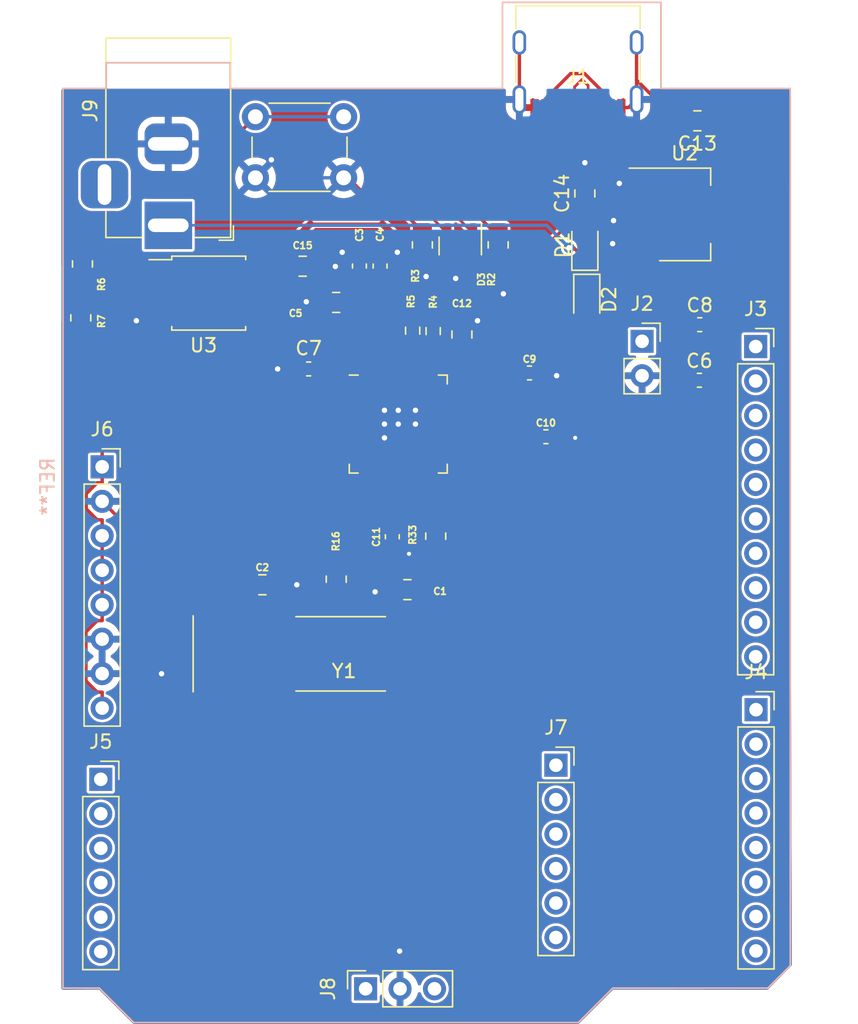
<source format=kicad_pcb>
(kicad_pcb (version 20221018) (generator pcbnew)
  (title_block (title "RP2040-BOARD") (company "ESC crasci") (comment 1 "ONGOC-FOR_ADMIN_ONLY"))
  (layers (0 "F.Cu" signal) (31 "B.Cu" signal) (34 "B.Paste" user) (35 "F.Paste" user) (36 "B.SilkS" user "B.Silkscreen") (37 "F.SilkS" user "F.Silkscreen") (38 "B.Mask" user) (39 "F.Mask" user) (44 "Edge.Cuts" user))
  (net 0 "")
  (net 1 "GND")
  (net 2 "Net-(U1-XIN)")
  (net 3 "Net-(C2-Pad2)")
  (net 4 "+1V1")
  (net 5 "+3.3V")
  (net 6 "VBUS")
  (net 7 "Net-(D1-A)")
  (net 8 "Net-(D2-A)")
  (net 9 "/USB1_DN")
  (net 10 "/USB1_DP")
  (net 11 "Net-(J1-CC1)")
  (net 13 "Net-(J1-CC2)")
  (net 15 "USB_DN")
  (net 16 "USB_DP")
  (net 17 "Net-(R6-Pad1)")
  (net 18 "QSPI_SS")
  (net 19 "Net-(U1-XOUT)")
  (net 20 "Net-(U1-RUN)")
  (net 21 "Net-(J3-Pin_3)")
  (net 22 "Net-(J3-Pin_4)")
  (net 23 "Net-(J3-Pin_5)")
  (net 24 "Net-(J3-Pin_6)")
  (net 25 "Net-(J3-Pin_7)")
  (net 26 "Net-(J3-Pin_8)")
  (net 27 "Net-(J3-Pin_9)")
  (net 28 "Net-(J3-Pin_10)")
  (net 29 "Net-(J4-Pin_5)")
  (net 30 "Net-(J4-Pin_6)")
  (net 31 "Net-(J4-Pin_7)")
  (net 32 "Net-(J4-Pin_8)")
  (net 33 "Net-(J5-Pin_1)")
  (net 34 "Net-(J5-Pin_2)")
  (net 35 "Net-(J5-Pin_3)")
  (net 36 "Net-(J5-Pin_4)")
  (net 37 "Net-(J5-Pin_5)")
  (net 38 "Net-(J5-Pin_6)")
  (net 39 "Net-(J7-Pin_1)")
  (net 40 "Net-(J7-Pin_2)")
  (net 41 "QSPI_SD3")
  (net 42 "QSPI_SCLK")
  (net 43 "QSPI_SD0")
  (net 44 "QSPI_SD2")
  (net 45 "QSPI_SSD1")
  (net 46 "Net-(J3-Pin_1)")
  (net 47 "Net-(J3-Pin_2)")
  (net 48 "Net-(J4-Pin_1)")
  (net 49 "Net-(J4-Pin_2)")
  (net 50 "Net-(J4-Pin_3)")
  (net 51 "Net-(J4-Pin_4)")
  (net 52 "Net-(J7-Pin_3)")
  (net 53 "Net-(J7-Pin_4)")
  (net 54 "Net-(J7-Pin_5)")
  (net 55 "Net-(J7-Pin_6)")
  (net 56 "Net-(J8-Pin_1)")
  (net 57 "Net-(J8-Pin_3)")
  (footprint "Capacitor_SMD:C_0805_2012Metric_Pad1.18x1.45mm_HandSolder" (layer "F.Cu") (at 253.37 61.424 90)
    (fp_text reference "C12")
    (fp_text value "1u" hide)
  )
  (footprint "Button_Switch_THT:SW_PUSH_6mm_H8.5mm" (layer "F.Cu") (at 238.15 45.375)
    (fp_text reference "SW2" hide)
    (fp_text value "TACT SW" hide)
  )
  (footprint "Capacitor_SMD:C_0603_1608Metric_Pad1.08x0.95mm_HandSolder" (layer "F.Cu") (at 270.875 64.8)
    (fp_text reference "C6")
    (fp_text value "100n")
  )
  (footprint "Package_TO_SOT_SMD:SOT-223-3_TabPin2" (layer "F.Cu") (at 269.798 52.5737)
    (fp_text reference "U2")
    (fp_text value "AZ1117CH-3.3TRG1 SOT223-3" hide)
  )
  (footprint "Connector_PinSocket_2.54mm:PinSocket_1x06_P2.54mm_Vertical" (layer "F.Cu") (at 260.3 93.17)
    (fp_text reference "J7")
    (fp_text value "Conn_01x06_Socket")
  )
  (footprint "Resistor_SMD:R_0805_2012Metric_Pad1.20x1.40mm_HandSolder" (layer "F.Cu") (at 244.104 79.458 90)
    (fp_text reference "R16")
    (fp_text value "1k" hide)
  )
  (footprint "Capacitor_SMD:C_0805_2012Metric_Pad1.18x1.45mm_HandSolder" (layer "F.Cu") (at 262.432 51.0282 90)
    (fp_text reference "C14")
    (fp_text value "10u" hide)
  )
  (footprint "Resistor_SMD:R_0805_2012Metric_Pad1.20x1.40mm_HandSolder" (layer "F.Cu") (at 251.44 76.29 90)
    (fp_text reference "R33")
    (fp_text value "5.1K" hide)
  )
  (footprint "Connector_PinSocket_2.54mm:PinSocket_1x02_P2.54mm_Vertical" (layer "F.Cu") (at 266.65 61.925)
    (fp_text reference "J2")
    (fp_text value "Conn_01x02_Pin")
  )
  (footprint "Connector_PinSocket_2.54mm:PinSocket_1x08_P2.54mm_Vertical" (layer "F.Cu") (at 226.85 71.18)
    (fp_text reference "J6")
    (fp_text value "Conn_01x08_Socket")
  )
  (footprint "Resistor_SMD:R_0805_2012Metric_Pad1.20x1.40mm_HandSolder" (layer "F.Cu") (at 250.454 54.82 -90)
    (fp_text reference "R3")
    (fp_text value "5.1K" hide)
  )
  (footprint "Resistor_SMD:R_0805_2012Metric_Pad1.20x1.40mm_HandSolder" (layer "F.Cu") (at 225.275 60.2 90)
    (fp_text reference "R7")
    (fp_text value "10k" hide)
  )
  (footprint "Capacitor_SMD:C_0805_2012Metric_Pad1.18x1.45mm_HandSolder" (layer "F.Cu") (at 241.63 56.392)
    (fp_text reference "C15")
    (fp_text value "100n")
  )
  (footprint "Connector_PinSocket_2.54mm:PinSocket_1x10_P2.54mm_Vertical" (layer "F.Cu") (at 275.025 62.315)
    (fp_text reference "J3")
    (fp_text value "Conn_01x10_Socket")
  )
  (footprint "Capacitor_SMD:C_0603_1608Metric_Pad1.08x0.95mm_HandSolder" (layer "F.Cu") (at 242.072 63.964 180)
    (fp_text reference "C7")
    (fp_text value "100n" hide)
  )
  (footprint "Package_TO_SOT_SMD:SOT-23" (layer "F.Cu") (at 253.248 54.8985 -90)
    (fp_text reference "D3")
    (fp_text value "D_TVS_Dual_AAC" hide)
  )
  (footprint "Capacitor_SMD:C_0805_2012Metric_Pad1.18x1.45mm_HandSolder" (layer "F.Cu") (at 244.1 59.062 180)
    (fp_text reference "C5")
    (fp_text value "1u" hide)
  )
  (footprint "Capacitor_SMD:C_0603_1608Metric_Pad1.08x0.95mm_HandSolder" (layer "F.Cu") (at 245.8143 56.3795 90)
    (fp_text reference "C3")
    (fp_text value "100n" hide)
  )
  (footprint "Capacitor_SMD:C_0603_1608Metric_Pad1.08x0.95mm_HandSolder" (layer "F.Cu") (at 258.35 64.26)
    (fp_text reference "C9")
    (fp_text value "100n" hide)
  )
  (footprint "Connector_PinSocket_2.54mm:PinSocket_1x08_P2.54mm_Vertical" (layer "F.Cu") (at 275.05 89.08)
    (fp_text reference "J4")
    (fp_text value "Conn_01x08_Socket")
  )
  (footprint "Resistor_SMD:R_0603_1608Metric_Pad0.98x0.95mm_HandSolder" (layer "F.Cu") (at 251.25 61.172 -90)
    (fp_text reference "R4")
    (fp_text value "27R" hide)
  )
  (footprint "Resistor_SMD:R_0805_2012Metric_Pad1.20x1.40mm_HandSolder" (layer "F.Cu") (at 256.042 54.82 -90)
    (fp_text reference "R2")
    (fp_text value "5.1K" hide)
  )
  (footprint "Connector_PinSocket_2.54mm:PinSocket_1x06_P2.54mm_Vertical" (layer "F.Cu") (at 226.75 94.21)
    (fp_text reference "J5")
    (fp_text value "Conn_01x06_Pin")
  )
  (footprint "Package_DFN_QFN:QFN-56-1EP_7x7mm_P0.4mm_EP3.2x3.2mm" (layer "F.Cu") (at 248.676 68.028)
    (fp_text reference "U1" hide)
    (fp_text value "RP2040" hide)
  )
  (footprint "Capacitor_SMD:C_0805_2012Metric_Pad1.18x1.45mm_HandSolder" (layer "F.Cu") (at 270.725 45.675 180)
    (fp_text reference "C13")
    (fp_text value "10u")
  )
  (footprint "Resistor_SMD:R_0805_2012Metric_Pad1.20x1.40mm_HandSolder" (layer "F.Cu") (at 225.4 56.225 -90)
    (fp_text reference "R6")
    (fp_text value "1k" hide)
  )
  (footprint "Connector_USB:USB_C_Receptacle_G-Switch_GT-USB-7010ASV" (layer "F.Cu") (at 261.925 40.975 180)
    (fp_text reference "J1")
    (fp_text value "USB_C_Receptacle_USB2.0" hide)
  )
  (footprint "Capacitor_SMD:C_0603_1608Metric_Pad1.08x0.95mm_HandSolder" (layer "F.Cu") (at 248.24 76.3325 -90)
    (fp_text reference "C11")
    (fp_text value "100n" hide)
  )
  (footprint "Resistor_SMD:R_0603_1608Metric_Pad0.98x0.95mm_HandSolder" (layer "F.Cu") (at 249.74 61.142 -90)
    (fp_text reference "R5")
    (fp_text value "27R" hide)
  )
  (footprint "Capacitor_SMD:C_0603_1608Metric_Pad1.08x0.95mm_HandSolder" (layer "F.Cu") (at 259.56 68.96)
    (fp_text reference "C10")
    (fp_text value "100n")
  )
  (footprint "Package_SO:SOIC-8_5.23x5.23mm_P1.27mm" (layer "F.Cu") (at 234.706 58.376)
    (fp_text reference "U3")
    (fp_text value "W25Q128JVS" hide)
  )
  (footprint "Capacitor_SMD:C_0603_1608Metric_Pad1.08x0.95mm_HandSolder" (layer "F.Cu") (at 247.3383 56.3795 90)
    (fp_text reference "C4")
    (fp_text value "100n" hide)
  )
  (footprint "Connector_BarrelJack:BarrelJack_Horizontal" (layer "F.Cu") (at 231.725 53.375 -90)
    (fp_text reference "J9")
    (fp_text value "Barrel_Jack_Switch")
  )
  (footprint "Diode_SMD:D_0805_2012Metric_Pad1.15x1.40mm_HandSolder" (layer "F.Cu") (at 262.575 58.85 -90)
    (fp_text reference "D2")
    (fp_text value "D_Schottky" hide)
  )
  (footprint "Connector_PinSocket_2.54mm:PinSocket_1x03_P2.54mm_Vertical" (layer "F.Cu") (at 246.27 109.65 90)
    (fp_text reference "J8")
    (fp_text value "Conn_01x03_Pin" hide)
  )
  (footprint "Capacitor_SMD:C_0805_2012Metric_Pad1.18x1.45mm_HandSolder" (layer "F.Cu") (at 249.35 80.232)
    (fp_text reference "C1")
    (fp_text value "27p" hide)
  )
  (footprint "Capacitor_SMD:C_0603_1608Metric_Pad1.08x0.95mm_HandSolder" (layer "F.Cu") (at 270.9 60.7)
    (fp_text reference "C8")
    (fp_text value "100n")
  )
  (footprint "Crystal:Crystal_SMD_SeikoEpson_MA505-2Pin_12.7x5.1mm_HandSoldering" (layer "F.Cu") (at 244.4325 84.962)
    (fp_text reference "Y1")
    (fp_text value "Crystal 12 Mhz")
  )
  (footprint "Capacitor_SMD:C_0805_2012Metric_Pad1.18x1.45mm_HandSolder" (layer "F.Cu") (at 238.66 79.872 180)
    (fp_text reference "C2")
    (fp_text value "27p" hide)
  )
  (footprint "Diode_SMD:D_0805_2012Metric_Pad1.15x1.40mm_HandSolder" (layer "F.Cu") (at 262.432 54.8292 90)
    (fp_text reference "D1")
    (fp_text value "D_Schottky" hide)
  )
  (footprint "Module:Arduino_UNO_R3" (layer "B.Cu") (at 226.64 71.365 -90)
    (fp_text reference "REF**")
    (fp_text value "Arduino_UNO_R3")
  )
  (segment (start 265.125 44.7) (end 265.645 44.7) (width 0.25) (layer "F.Cu") (net 1))
  (segment (start 250.454 55.467) (end 250.454 55.82) (width 0.25) (layer "F.Cu") (net 1))
  (segment (start 258.205 44.7) (end 257.605 44.1) (width 0.25) (layer "F.Cu") (net 1))
  (segment (start 242.506 59.062) (end 242.668 58.9005) (width 0.25) (layer "F.Cu") (net 1))
  (segment (start 240.6 79.872) (end 240.9 79.872) (width 0.5) (layer "F.Cu") (net 1))
  (segment (start 253.37 60.3865) (end 254.496 60.3865) (width 0.5) (layer "F.Cu") (net 1))
  (segment (start 264.972 50.2878) (end 266.634 50.2878) (width 0.5) (layer "F.Cu") (net 1))
  (segment (start 266.245 42.6732) (end 266.245 39.9) (width 0.25) (layer "F.Cu") (net 1))
  (segment (start 244.65 49.875) (end 244.972 49.875) (width 0.25) (layer "F.Cu") (net 1))
  (segment (start 269.247 45.675) (end 269.6875 45.675) (width 0.25) (layer "F.Cu") (net 1))
  (segment (start 270.903 65.6345) (end 268.995 65.6345) (width 0.25) (layer "F.Cu") (net 1))
  (segment (start 242.668 58.9005) (end 242.668 56.392) (width 0.25) (layer "F.Cu") (net 1))
  (segment (start 249.317 54.2205) (end 249.317 54.3302) (width 0.25) (layer "F.Cu") (net 1))
  (segment (start 252.91 56.174) (end 253.248 55.836) (width 0.5) (layer "F.Cu") (net 1))
  (segment (start 245.814 55.517) (end 244.698 55.517) (width 0.5) (layer "F.Cu") (net 1))
  (segment (start 248.676 68.028) (end 248.676 67.012) (width 0.25) (layer "F.Cu") (net 1))
  (segment (start 249.946 68.028) (end 249.946 67.012) (width 0.25) (layer "F.Cu") (net 1))
  (segment (start 244.04 55.8678) (end 244.544 55.3635) (width 0.5) (layer "F.Cu") (net 1))
  (segment (start 252.91 57.292) (end 252.91 56.174) (width 0.5) (layer "F.Cu") (net 1))
  (segment (start 241.21 63.964) (end 241.2095 63.964) (width 0.25) (layer "F.Cu") (net 1))
  (segment (start 254.496 60.3865) (end 254.518 60.408) (width 0.5) (layer "F.Cu") (net 1))
  (segment (start 269.6875 45.675) (end 269.688 45.675) (width 0.25) (layer "F.Cu") (net 1))
  (segment (start 246.97 80.392) (end 248.152 80.392) (width 0.5) (layer "F.Cu") (net 1))
  (segment (start 266.634 50.2878) (end 266.648 50.2738) (width 0.5) (layer "F.Cu") (net 1))
  (segment (start 271.738 64.8) (end 270.903 65.6345) (width 0.25) (layer "F.Cu") (net 1))
  (segment (start 240.9 79.872) (end 241.2 79.872) (width 0.5) (layer "F.Cu") (net 1))
  (segment (start 240.6 79.872) (end 240.9 79.872) (width 0.25) (layer "F.Cu") (net 1))
  (segment (start 244.698 55.517) (end 244.544 55.3635) (width 0.5) (layer "F.Cu") (net 1))
  (segment (start 248.24 77.195) (end 248.812 77.195) (width 0.2) (layer "F.Cu") (net 1))
  (segment (start 256.042 57.7145) (end 253.37 60.3865) (width 0.25) (layer "F.Cu") (net 1))
  (segment (start 226.85 73.72) (end 231.23 78.1) (width 0.25) (layer "F.Cu") (net 1))
  (segment (start 248.455 55.517) (end 248.608 55.3635) (width 0.5) (layer "F.Cu") (net 1))
  (segment (start 250.73 56.096) (end 250.454 55.82) (width 0.5) (layer "F.Cu") (net 1))
  (segment (start 262.729 50.2878) (end 262.432 49.9908) (width 0.5) (layer "F.Cu") (net 1))
  (segment (start 244.02 56.392) (end 244.04 56.412) (width 0.5) (layer "F.Cu") (net 1))
  (segment (start 248.812 77.195) (end 249.075 77.195) (width 0.2) (layer "F.Cu") (net 1))
  (segment (start 266.245 44.1) (end 266.245 42.6732) (width 0.25) (layer "F.Cu") (net 1))
  (segment (start 248.232 80.312) (end 248.312 80.232) (width 0.5) (layer "F.Cu") (net 1))
  (segment (start 231.23 78.1) (end 231.23 86.43) (width 0.25) (layer "F.Cu") (net 1))
  (segment (start 265.645 44.7) (end 266.245 44.1) (width 0.25) (layer "F.Cu") (net 1))
  (segment (start 256.042 56.7672) (end 256.425 57.1502) (width 0.25) (layer "F.Cu") (net 1))
  (segment (start 250.73 57.152) (end 250.73 56.096) (width 0.5) (layer "F.Cu") (net 1))
  (segment (start 242.506 59.062) (end 241.95 59.062) (width 0.5) (layer "F.Cu") (net 1))
  (segment (start 262.432 49.9907) (end 262.432 48.7638) (width 0.25) (layer "F.Cu") (net 1))
  (segment (start 271.738 60.725) (end 271.738 64.8) (width 0.25) (layer "F.Cu") (net 1))
  (segment (start 271.762 60.7) (end 271.738 60.725) (width 0.25) (layer "F.Cu") (net 1))
  (segment (start 244.972 49.875) (end 249.317 54.2205) (width 0.25) (layer "F.Cu") (net 1))
  (segment (start 243.062 59.062) (end 242.506 59.062) (width 0.5) (layer "F.Cu") (net 1))
  (segment (start 241.95 59.062) (end 241.9 59.012) (width 0.5) (layer "F.Cu") (net 1))
  (segment (start 244.04 56.412) (end 244.04 55.8678) (width 0.5) (layer "F.Cu") (net 1))
  (segment (start 247.3383 55.517) (end 248.455 55.517) (width 0.5) (layer "F.Cu") (net 1))
  (segment (start 260.422 68.96) (end 260.4225 68.96) (width 0.2) (layer "F.Cu") (net 1))
  (segment (start 248.81 106.91) (end 248.775 106.875) (width 0.25) (layer "F.Cu") (net 1))
  (segment (start 253.37 60.3865) (end 254.496 60.3865) (width 0.25) (layer "F.Cu") (net 1))
  (segment (start 240.6 79.872) (end 239.698 79.872) (width 0.25) (layer "F.Cu") (net 1))
  (segment (start 249.075 77.195) (end 249.47 77.59) (width 0.2) (layer "F.Cu") (net 1))
  (segment (start 242.668 56.392) (end 244.02 56.392) (width 0.5) (layer "F.Cu") (net 1))
  (segment (start 266.648 50.2738) (end 266.648 50.2737) (width 0.25) (layer "F.Cu") (net 1))
  (segment (start 231.106 60.281) (end 229.499 60.281) (width 0.5) (layer "F.Cu") (net 1))
  (segment (start 268.995 65.6345) (end 267.825 64.465) (width 0.25) (layer "F.Cu") (net 1))
  (segment (start 262.432 49.9908) (end 262.432 49.9907) (width 0.25) (layer "F.Cu") (net 1))
  (segment (start 247.66 68.028) (end 247.66 69.044) (width 0.25) (layer "F.Cu") (net 1))
  (segment (start 241.2095 63.964) (end 239.786 63.964) (width 0.25) (layer "F.Cu") (net 1))
  (segment (start 249.317 54.3302) (end 250.454 55.467) (width 0.25) (layer "F.Cu") (net 1))
  (segment (start 229.499 60.281) (end 229.372 60.408) (width 0.5) (layer "F.Cu") (net 1))
  (segment (start 252.994 60.3865) (end 253.37 60.3865) (width 0.25) (layer "F.Cu") (net 1))
  (segment (start 247.338 55.517) (end 247.3383 55.517) (width 0.5) (layer "F.Cu") (net 1))
  (segment (start 247.66 67.012) (end 247.66 68.028) (width 0.25) (layer "F.Cu") (net 1))
  (segment (start 240.9 79.872) (end 241.2 79.872) (width 0.25) (layer "F.Cu") (net 1))
  (segment (start 226.85 86.42) (end 226.85 83.88) (width 0.25) (layer "F.Cu") (net 1))
  (segment (start 257.605 44.1) (end 257.605 39.9) (width 0.25) (layer "F.Cu") (net 1))
  (segment (start 256.425 57.1502) (end 256.425 58.425) (width 0.25) (layer "F.Cu") (net 1))
  (segment (start 264.972 50.2878) (end 262.729 50.2878) (width 0.5) (layer "F.Cu") (net 1))
  (segment (start 256.042 56.7672) (end 256.042 57.7145) (width 0.25) (layer "F.Cu") (net 1))
  (segment (start 248.812 77.279) (end 248.812 77.195) (width 0.25) (layer "F.Cu") (net 1))
  (segment (start 266.245 42.6732) (end 269.247 45.675) (width 0.25) (layer "F.Cu") (net 1))
  (segment (start 256.042 55.82) (end 256.042 56.7672) (width 0.25) (layer "F.Cu") (net 1))
  (segment (start 267.825 64.465) (end 266.65 64.465) (width 0.25) (layer "F.Cu") (net 1))
  (segment (start 247.338 55.517) (end 245.8143 55.517) (width 0.25) (layer "F.Cu") (net 1))
  (segment (start 260.4225 68.96) (end 261.64 68.96) (width 0.2) (layer "F.Cu") (net 1))
  (segment (start 248.152 80.392) (end 248.232 80.312) (width 0.5) (layer "F.Cu") (net 1))
  (segment (start 258.725 44.7) (end 258.205 44.7) (width 0.25) (layer "F.Cu") (net 1))
  (segment (start 248.812 77.195) (end 248.812 76.7425) (width 0.25) (layer "F.Cu") (net 1))
  (segment (start 248.81 109.65) (end 248.81 106.91) (width 0.25) (layer "F.Cu") (net 1))
  (segment (start 261.64 68.96) (end 261.72 69.04) (width 0.2) (layer "F.Cu") (net 1))
  (segment (start 245.8143 55.517) (end 245.814 55.517) (width 0.25) (layer "F.Cu") (net 1))
  (segment (start 248.232 80.312) (end 248.312 80.232) (width 0.25) (layer "F.Cu") (net 1))
  (via (at 239.786 63.964) (size 0.8) (drill 0.4) (layers "F.Cu" "B.Cu") (net 1))
  (via (at 241.9 59.012) (size 0.8) (drill 0.4) (layers "F.Cu" "B.Cu") (net 1))
  (via (at 250.73 57.152) (size 0.8) (drill 0.4) (layers "F.Cu" "B.Cu") (net 1))
  (via (at 249.47 77.59) (size 0.6) (drill 0.3) (layers "F.Cu" "B.Cu") (net 1))
  (via (at 248.608 55.3635) (size 0.8) (drill 0.4) (layers "F.Cu" "B.Cu") (net 1))
  (via (at 247.66 67.012) (size 0.8) (drill 0.4) (layers "F.Cu" "B.Cu") (net 1))
  (via (at 229.372 60.408) (size 0.8) (drill 0.4) (layers "F.Cu" "B.Cu") (net 1))
  (via (at 244.04 56.412) (size 0.8) (drill 0.4) (layers "F.Cu" "B.Cu") (net 1))
  (via (at 264.972 50.2878) (size 0.8) (drill 0.4) (layers "F.Cu" "B.Cu") (net 1))
  (via (at 241.2 79.872) (size 0.8) (drill 0.4) (layers "F.Cu" "B.Cu") (net 1))
  (via (at 246.97 80.392) (size 0.8) (drill 0.4) (layers "F.Cu" "B.Cu") (net 1))
  (via (at 264.548 53.0298) (size 0.8) (drill 0.4) (layers "F.Cu" "B.Cu") (net 1))
  (via (at 248.775 106.875) (size 0.8) (drill 0.4) (layers "F.Cu" "B.Cu") (net 1))
  (via (at 231.23 86.43) (size 0.8) (drill 0.4) (layers "F.Cu" "B.Cu") (net 1))
  (via (at 244.544 55.3635) (size 0.8) (drill 0.4) (layers "F.Cu" "B.Cu") (net 1))
  (via (at 248.676 68.028) (size 0.8) (drill 0.4) (layers "F.Cu" "B.Cu") (net 1))
  (via (at 262.432 48.7638) (size 0.8) (drill 0.4) (layers "F.Cu" "B.Cu") (net 1))
  (via (at 248.676 67.012) (size 0.8) (drill 0.4) (layers "F.Cu" "B.Cu") (net 1))
  (via (at 249.946 68.028) (size 0.8) (drill 0.4) (layers "F.Cu" "B.Cu") (net 1))
  (via (at 261.72 69.04) (size 0.6) (drill 0.3) (layers "F.Cu" "B.Cu") (net 1))
  (via (at 260.35 64.46) (size 0.8) (drill 0.4) (layers "F.Cu" "B.Cu") (net 1))
  (via (at 249.946 67.012) (size 0.8) (drill 0.4) (layers "F.Cu" "B.Cu") (net 1))
  (via (at 256.425 58.425) (size 0.8) (drill 0.4) (layers "F.Cu" "B.Cu") (net 1))
  (via (at 247.66 68.028) (size 0.8) (drill 0.4) (layers "F.Cu" "B.Cu") (net 1))
  (via (at 247.66 69.044) (size 0.8) (drill 0.4) (layers "F.Cu" "B.Cu") (net 1))
  (via (at 239.325 48.55) (size 0.8) (drill 0.4) (layers "F.Cu" "B.Cu") (net 1))
  (via (at 264.478 54.7298) (size 0.8) (drill 0.4) (layers "F.Cu" "B.Cu") (net 1))
  (via (at 252.91 57.292) (size 0.8) (drill 0.4) (layers "F.Cu" "B.Cu") (net 1))
  (via (at 254.518 60.408) (size 0.8) (drill 0.4) (layers "F.Cu" "B.Cu") (net 1))
  (segment (start 252.91 57.292) (end 252.77 57.152) (width 0.25) (layer "B.Cu") (net 1))
  (segment (start 264.972 52.6058) (end 264.972 50.2878) (width 0.25) (layer "B.Cu") (net 1))
  (segment (start 252.77 57.152) (end 250.73 57.152) (width 0.25) (layer "B.Cu") (net 1))
  (segment (start 266.245 44.1) (end 266.245 45.4751) (width 0.25) (layer "B.Cu") (net 1))
  (segment (start 241.9 61.85) (end 241.9 59.012) (width 0.25) (layer "B.Cu") (net 1))
  (segment (start 247.66 68.028) (end 248.676 68.028) (width 0.25) (layer "B.Cu") (net 1))
  (segment (start 229.372 60.408) (end 236.23 60.408) (width 0.25) (layer "B.Cu") (net 1))
  (segment (start 264.478 54.7298) (end 264.478 53.0998) (width 0.25) (layer "B.Cu") (net 1))
  (segment (start 261.24 64.447) (end 261.258 64.465) (width 0.25) (layer "B.Cu") (net 1))
  (segment (start 241.2 80.392) (end 241.2 79.872) (width 0.25) (layer "B.Cu") (net 1))
  (segment (start 250.73 57.152) (end 250.396 57.152) (width 0.25) (layer "B.Cu") (net 1))
  (segment (start 262.432 45.4751) (end 262.432 48.7638) (width 0.25) (layer "B.Cu") (net 1))
  (segment (start 261.258 64.465) (end 266.65 64.465) (width 0.25) (layer "B.Cu") (net 1))
  (segment (start 226.85 86.42) (end 228.025 86.42) (width 0.25) (layer "B.Cu") (net 1))
  (segment (start 228.025 86.42) (end 228.035 86.43) (width 0.25) (layer "B.Cu") (net 1))
  (segment (start 239.786 63.964) (end 241.9 61.85) (width 0.25) (layer "B.Cu") (net 1))
  (segment (start 244.65 49.875) (end 240.65 49.875) (width 0.25) (layer "B.Cu") (net 1))
  (segment (start 250.396 57.152) (end 248.608 55.3635) (width 0.25) (layer "B.Cu") (net 1))
  (segment (start 249.946 68.028) (end 248.676 68.028) (width 0.25) (layer "B.Cu") (net 1))
  (segment (start 266.245 45.4751) (end 262.432 45.4751) (width 0.25) (layer "B.Cu") (net 1))
  (segment (start 254.043 58.425) (end 252.91 57.292) (width 0.25) (layer "B.Cu") (net 1))
  (segment (start 257.605 45.4751) (end 262.432 45.4751) (width 0.25) (layer "B.Cu") (net 1))
  (segment (start 258.8 60.408) (end 254.518 60.408) (width 0.25) (layer "B.Cu") (net 1))
  (segment (start 238.15 49.725) (end 238.15 49.875) (width 0.25) (layer "B.Cu") (net 1))
  (segment (start 261.24 57.9681) (end 261.24 64.447) (width 0.25) (layer "B.Cu") (net 1))
  (segment (start 235.8 47.375) (end 238.15 49.725) (width 0.25) (layer "B.Cu") (net 1))
  (segment (start 231.725 47.375) (end 235.8 47.375) (width 0.25) (layer "B.Cu") (net 1))
  (segment (start 257.605 44.1) (end 257.605 45.4751) (width 0.25) (layer "B.Cu") (net 1))
  (segment (start 236.23 60.408) (end 239.786 63.964) (width 0.25) (layer "B.Cu") (net 1))
  (segment (start 239.325 48.55) (end 238.15 49.725) (width 0.25) (layer "B.Cu") (net 1))
  (segment (start 264.548 53.0298) (end 264.972 52.6058) (width 0.25) (layer "B.Cu") (net 1))
  (segment (start 228.035 86.43) (end 231.23 86.43) (width 0.25) (layer "B.Cu") (net 1))
  (segment (start 240.65 49.875) (end 239.325 48.55) (width 0.25) (layer "B.Cu") (net 1))
  (segment (start 256.425 58.425) (end 254.043 58.425) (width 0.25) (layer "B.Cu") (net 1))
  (segment (start 264.478 54.7298) (end 261.24 57.9681) (width 0.25) (layer "B.Cu") (net 1))
  (segment (start 261.24 57.9681) (end 258.8 60.408) (width 0.25) (layer "B.Cu") (net 1))
  (segment (start 264.478 53.0998) (end 264.548 53.0298) (width 0.25) (layer "B.Cu") (net 1))
  (segment (start 250.3875 80.2314) (end 250.3875 80.232) (width 0.2) (layer "F.Cu") (net 2))
  (segment (start 250.388 80.232) (end 249.79 79.6339) (width 0.2) (layer "F.Cu") (net 2))
  (segment (start 251.52 81.3645) (end 251.52 84.962) (width 0.5) (layer "F.Cu") (net 2))
  (segment (start 249.79 79.6339) (end 249.191 79.0358) (width 0.2) (layer "F.Cu") (net 2))
  (segment (start 243.426 79.358) (end 243.104 79.0358) (width 0.2) (layer "F.Cu") (net 2))
  (segment (start 250.3875 80.2314) (end 250.388 80.2319) (width 0.25) (layer "F.Cu") (net 2))
  (segment (start 249.79 79.6339) (end 250.3875 80.2314) (width 0.25) (layer "F.Cu") (net 2))
  (segment (start 243.104 77.8802) (end 248.076 72.9082) (width 0.2) (layer "F.Cu") (net 2))
  (segment (start 245.104 79.0358) (end 244.782 79.358) (width 0.2) (layer "F.Cu") (net 2))
  (segment (start 250.684 80.528) (end 250.388 80.232) (width 0.2) (layer "F.Cu") (net 2))
  (segment (start 249.191 79.0358) (end 245.104 79.0358) (width 0.2) (layer "F.Cu") (net 2))
  (segment (start 250.388 80.2319) (end 250.388 80.232) (width 0.25) (layer "F.Cu") (net 2))
  (segment (start 243.104 79.0358) (end 243.104 77.8802) (width 0.2) (layer "F.Cu") (net 2))
  (segment (start 248.076 72.9082) (end 248.076 71.4655) (width 0.2) (layer "F.Cu") (net 2))
  (segment (start 244.782 79.358) (end 243.426 79.358) (width 0.2) (layer "F.Cu") (net 2))
  (segment (start 250.388 80.232) (end 251.52 81.3645) (width 0.5) (layer "F.Cu") (net 2))
  (segment (start 244.104 80.458) (end 241.849 80.458) (width 0.5) (layer "F.Cu") (net 3))
  (segment (start 237.759 84.538) (end 237.764 84.5432) (width 0.25) (layer "F.Cu") (net 3))
  (segment (start 237.759 84.538) (end 236.508 84.538) (width 0.5) (layer "F.Cu") (net 3))
  (segment (start 240.024 84.538) (end 237.759 84.538) (width 0.5) (layer "F.Cu") (net 3))
  (segment (start 241.849 80.458) (end 237.764 84.5432) (width 0.5) (layer "F.Cu") (net 3))
  (segment (start 237.345 84.962) (end 237.345 80.1495) (width 0.5) (layer "F.Cu") (net 3))
  (segment (start 237.764 84.5432) (end 237.345 84.962) (width 0.5) (layer "F.Cu") (net 3))
  (segment (start 237.345 80.1495) (end 237.622 79.872) (width 0.5) (layer "F.Cu") (net 3))
  (segment (start 237.6225 79.872) (end 237.622 79.872) (width 0.2) (layer "F.Cu") (net 3))
  (segment (start 250.576 66.208) (end 250.576 66.128) (width 0.2) (layer "F.Cu") (net 4))
  (segment (start 247.746 57.242) (end 247.3383 57.242) (width 0.25) (layer "F.Cu") (net 4))
  (segment (start 245.814 57.242) (end 245.8143 57.242) (width 0.5) (layer "F.Cu") (net 4))
  (segment (start 248.476 62.8466) (end 248.476 64.5905) (width 0.2) (layer "F.Cu") (net 4))
  (segment (start 247.846 57.1415) (end 247.746 57.242) (width 0.25) (layer "F.Cu") (net 4))
  (segment (start 245.8143 57.242) (end 247.338 57.242) (width 0.25) (layer "F.Cu") (net 4))
  (segment (start 250.105 65.737) (end 250.476 65.366) (width 0.2) (layer "F.Cu") (net 4))
  (segment (start 249.135 65.782) (end 249.868 65.782) (width 0.5) (layer "F.Cu") (net 4))
  (segment (start 249.868 65.782) (end 249.875 65.775) (width 0.5) (layer "F.Cu") (net 4))
  (segment (start 250.496 66.128) (end 250.105 65.737) (width 0.2) (layer "F.Cu") (net 4))
  (segment (start 245.138 59.2957) (end 245.138 59.2952) (width 0.25) (layer "F.Cu") (net 4))
  (segment (start 249.276 71.4655) (end 249.276 70.924) (width 0.2) (layer "F.Cu") (net 4))
  (segment (start 245.69 60.082) (end 245.711 60.082) (width 0.2) (layer "F.Cu") (net 4))
  (segment (start 245.138 59.062) (end 245.138 59.1786) (width 0.2) (layer "F.Cu") (net 4))
  (segment (start 250.68 69.824) (end 250.68 66.312) (width 0.2) (layer "F.Cu") (net 4))
  (segment (start 248.476 65.123) (end 249.135 65.782) (width 0.2) (layer "F.Cu") (net 4))
  (segment (start 249.882 65.782) (end 250.06 65.782) (width 0.2) (layer "F.Cu") (net 4))
  (segment (start 245.138 59.1786) (end 245.1375 59.1781) (width 0.2) (layer "F.Cu") (net 4))
  (segment (start 245.814 57.242) (end 245.8143 57.242) (width 0.25) (layer "F.Cu") (net 4))
  (segment (start 250.06 65.782) (end 250.105 65.737) (width 0.2) (layer "F.Cu") (net 4))
  (segment (start 250.476 65.366) (end 250.476 64.5905) (width 0.2) (layer "F.Cu") (net 4))
  (segment (start 245.1375 59.1781) (end 245.1375 59.062) (width 0.2) (layer "F.Cu") (net 4))
  (segment (start 247.3383 57.242) (end 247.338 57.242) (width 0.25) (layer "F.Cu") (net 4))
  (segment (start 245.138 57.9188) (end 245.814 57.242) (width 0.5) (layer "F.Cu") (net 4))
  (segment (start 250.68 66.312) (end 250.576 66.208) (width 0.2) (layer "F.Cu") (net 4))
  (segment (start 249.868 65.782) (end 249.882 65.782) (width 0.2) (layer "F.Cu") (net 4))
  (segment (start 250.576 69.928) (end 250.68 69.824) (width 0.2) (layer "F.Cu") (net 4))
  (segment (start 250.272 69.928) (end 250.576 69.928) (width 0.2) (layer "F.Cu") (net 4))
  (segment (start 249.276 70.924) (end 250.272 69.928) (width 0.2) (layer "F.Cu") (net 4))
  (segment (start 245.138 59.062) (end 245.138 57.9188) (width 0.5) (layer "F.Cu") (net 4))
  (segment (start 245.138 59.1786) (end 245.138 59.062) (width 0.25) (layer "F.Cu") (net 4))
  (segment (start 245.8143 57.242) (end 247.338 57.242) (width 0.5) (layer "F.Cu") (net 4))
  (segment (start 249.135 65.782) (end 249.868 65.782) (width 0.2) (layer "F.Cu") (net 4))
  (segment (start 247.338 57.242) (end 247.3383 57.242) (width 0.25) (layer "F.Cu") (net 4))
  (segment (start 245.711 60.082) (end 248.476 62.8466) (width 0.2) (layer "F.Cu") (net 4))
  (segment (start 250.576 66.128) (end 250.496 66.128) (width 0.2) (layer "F.Cu") (net 4))
  (segment (start 245.138 59.2952) (end 245.138 59.1786) (width 0.25) (layer "F.Cu") (net 4))
  (segment (start 245.138 59.5295) (end 245.69 60.082) (width 0.2) (layer "F.Cu") (net 4))
  (segment (start 245.138 59.2952) (end 245.138 59.2957) (width 0.2) (layer "F.Cu") (net 4))
  (segment (start 245.138 59.1786) (end 245.138 59.2952) (width 0.2) (layer "F.Cu") (net 4))
  (segment (start 245.138 59.2957) (end 245.138 59.5295) (width 0.2) (layer "F.Cu") (net 4))
  (segment (start 249.875 65.775) (end 249.882 65.782) (width 0.5) (layer "F.Cu") (net 4))
  (segment (start 248.476 64.5905) (end 248.476 65.123) (width 0.2) (layer "F.Cu") (net 4))
  (segment (start 247.3383 57.242) (end 247.746 57.242) (width 0.25) (layer "F.Cu") (net 4))
  (segment (start 249.882 65.782) (end 250.06 65.782) (width 0.5) (layer "F.Cu") (net 4))
  (segment (start 266.14 52.0658) (end 262.432 52.0658) (width 0.5) (layer "F.Cu") (net 5))
  (segment (start 242.934 63.9642) (end 242.934 63.964) (width 0.25) (layer "F.Cu") (net 5))
  (segment (start 248.876 63.3) (end 248.876 61.142) (width 0.2) (layer "F.Cu") (net 5))
  (segment (start 225.675 74.2771) (end 225.675 73.1629) (width 0.25) (layer "F.Cu") (net 5))
  (segment (start 252.1135 69.028) (end 251.596 69.028) (width 0.2) (layer "F.Cu") (net 5))
  (segment (start 226.248 56.166) (end 226.587 55.8272) (width 0.25) (layer "F.Cu") (net 5))
  (segment (start 242.934 63.9642) (end 242.9343 63.9642) (width 0.2) (layer "F.Cu") (net 5))
  (segment (start 226.85 64.8083) (end 242.091 64.8083) (width 0.25) (layer "F.Cu") (net 5))
  (segment (start 237.662 55.8272) (end 238.306 56.471) (width 0.25) (layer "F.Cu") (net 5))
  (segment (start 248.975 63.3) (end 248.876 63.3) (width 0.2) (layer "F.Cu") (net 5))
  (segment (start 226.85 72.3551) (end 226.85 71.18) (width 0.25) (layer "F.Cu") (net 5))
  (segment (start 225.275 61.2) (end 224.231 60.1561) (width 0.25) (layer "F.Cu") (net 5))
  (segment (start 254.164 62.4615) (end 257.95 58.675) (width 0.5) (layer "F.Cu") (net 5))
  (segment (start 248.24 74.65) (end 248.24 75.47) (width 0.2) (layer "F.Cu") (net 5))
  (segment (start 226.85 87.7849) (end 226.85 88.96) (width 0.25) (layer "F.Cu") (net 5))
  (segment (start 244.398 65.428) (end 242.934 63.9645) (width 0.2) (layer "F.Cu") (net 5))
  (segment (start 250.799 76.902) (end 250.799 76.862) (width 0.25) (layer "F.Cu") (net 5))
  (segment (start 264.514 60.7498) (end 264.451 60.813) (width 0.25) (layer "F.Cu") (net 5))
  (segment (start 249.276 63.501) (end 249.025 63.25) (width 0.2) (layer "F.Cu") (net 5))
  (segment (start 270.012 60.7498) (end 264.514 60.7498) (width 0.25) (layer "F.Cu") (net 5))
  (segment (start 249.308 55.0736) (end 247.507 53.272) (width 0.2) (layer "F.Cu") (net 5))
  (segment (start 226.85 82.5151) (end 226.485 82.5151) (width 0.25) (layer "F.Cu") (net 5))
  (segment (start 251.596 69.028) (end 251.13 68.562) (width 0.2) (layer "F.Cu") (net 5))
  (segment (start 225.675 73.1629) (end 226.483 72.3551) (width 0.25) (layer "F.Cu") (net 5))
  (segment (start 252.1135 65.428) (end 252.114 65.428) (width 0.2) (layer "F.Cu") (net 5))
  (segment (start 257.95 58.675) (end 257.95 56.5478) (width 0.25) (layer "F.Cu") (net 5))
  (segment (start 240.5725 56.4117) (end 240.592 56.392) (width 0.5) (layer "F.Cu") (net 5))
  (segment (start 250.95 76.862) (end 250.799 76.862) (width 0.35) (layer "F.Cu") (net 5))
  (segment (start 245.2385 69.028) (end 245.771 69.028) (width 0.2) (layer "F.Cu") (net 5))
  (segment (start 257.95 56.5478) (end 262.432 52.0658) (width 0.25) (layer "F.Cu") (net 5))
  (segment (start 250.75 77.29) (end 251.44 77.29) (width 0.2) (layer "F.Cu") (net 5))
  (segment (start 248.876 61.142) (end 251.674 61.142) (width 0.25) (layer "F.Cu") (net 5))
  (segment (start 251.276 64.5905) (end 252.088 65.403) (width 0.25) (layer "F.Cu") (net 5))
  (segment (start 252.114 65.428) (end 253.282 64.26) (width 0.2) (layer "F.Cu") (net 5))
  (segment (start 252.994 62.4615) (end 251.276 64.1795) (width 0.25) (layer "F.Cu") (net 5))
  (segment (start 258.6975 68.9605) (end 258.63 69.028) (width 0.2) (layer "F.Cu") (net 5))
  (segment (start 224.815 56.166) (end 226.248 56.166) (width 0.25) (layer "F.Cu") (net 5))
  (segment (start 270.025 60.7125) (end 270.0375 60.7) (width 0.2) (layer "F.Cu") (net 5))
  (segment (start 251.276 64.1795) (end 251.276 64.5905) (width 0.25) (layer "F.Cu") (net 5))
  (segment (start 238.306 56.471) (end 238.876 56.471) (width 0.2) (layer "F.Cu") (net 5))
  (segment (start 258.698 68.96) (end 258.6975 68.9605) (width 0.2) (layer "F.Cu") (net 5))
  (segment (start 240.592 54.8795) (end 242.2 53.272) (width 0.5) (layer "F.Cu") (net 5))
  (segment (start 270.012 60.725) (end 270.025 60.7125) (width 0.25) (layer "F.Cu") (net 5))
  (segment (start 247.507 53.272) (end 248.742 54.5077) (width 0.5) (layer "F.Cu") (net 5))
  (segment (start 270.012 62.7749) (end 270.012 60.7498) (width 0.25) (layer "F.Cu") (net 5))
  (segment (start 242.934 63.9642) (end 242.934 63.964) (width 0.2) (layer "F.Cu") (net 5))
  (segment (start 240.514 56.471) (end 240.553 56.4315) (width 0.5) (layer "F.Cu") (net 5))
  (segment (start 270.012 60.7498) (end 270.012 60.725) (width 0.25) (layer "F.Cu") (net 5))
  (segment (start 247.929 74.3388) (end 248.24 74.65) (width 0.2) (layer "F.Cu") (net 5))
  (segment (start 238.306 56.471) (end 238.876 56.471) (width 0.5) (layer "F.Cu") (net 5))
  (segment (start 248.876 58.676) (end 249.308 58.2438) (width 0.2) (layer "F.Cu") (net 5))
  (segment (start 253.37 62.4615) (end 252.994 62.4615) (width 0.25) (layer "F.Cu") (net 5))
  (segment (start 250.876 64.5905) (end 251.276 64.5905) (width 0.2) (layer "F.Cu") (net 5))
  (segment (start 253.282 64.26) (end 257.4875 64.26) (width 0.2) (layer "F.Cu") (net 5))
  (segment (start 262.406 52.0658) (end 262.432 52.0658) (width 0.5) (layer "F.Cu") (net 5))
  (segment (start 226.483 87.7849) (end 226.85 87.7849) (width 0.25) (layer "F.Cu") (net 5))
  (segment (start 249.308 58.2438) (end 249.308 55.0736) (width 0.2) (layer "F.Cu") (net 5))
  (segment (start 226.485 82.5151) (end 225.656 83.344) (width 0.25) (layer "F.Cu") (net 5))
  (segment (start 272.948 57.7895) (end 272.948 52.5737) (width 0.25) (layer "F.Cu") (net 5))
  (segment (start 270.0125 62.7754) (end 270.0125 64.8) (width 0.2) (layer "F.Cu") (net 5))
  (segment (start 270.038 60.7) (end 272.948 57.7895) (width 0.25) (layer "F.Cu") (net 5))
  (segment (start 245.99 65.647) (end 245.771 65.428) (width 0.2) (layer "F.Cu") (net 5))
  (segment (start 251.384 65.428) (end 252.1135 65.428) (width 0.2) (layer "F.Cu") (net 5))
  (segment (start 240.59 56.3895) (end 240.592 56.392) (width 0.2) (layer "F.Cu") (net 5))
  (segment (start 258.6975 68.9605) (end 258.6975 68.96) (width 0.2) (layer "F.Cu") (net 5))
  (segment (start 249.025 63.25) (end 248.975 63.3) (width 0.2) (layer "F.Cu") (net 5))
  (segment (start 240.592 56.392) (end 240.592 54.8795) (width 0.5) (layer "F.Cu") (net 5))
  (segment (start 225.656 86.9579) (end 226.483 87.7849) (width 0.25) (layer "F.Cu") (net 5))
  (segment (start 260.088 60.813) (end 257.95 58.675) (width 0.25) (layer "F.Cu") (net 5))
  (segment (start 242.091 64.8083) (end 242.934 63.9645) (width 0.25) (layer "F.Cu") (net 5))
  (segment (start 226.85 81.34) (end 226.85 82.5151) (width 0.25) (layer "F.Cu") (net 5))
  (segment (start 249.276 64.5905) (end 249.276 63.501) (width 0.2) (layer "F.Cu") (net 5))
  (segment (start 251.674 61.142) (end 252.994 62.4615) (width 0.25) (layer "F.Cu") (net 5))
  (segment (start 258.63 69.028) (end 252.1135 69.028) (width 0.2) (layer "F.Cu") (net 5))
  (segment (start 250.75 77.29) (end 250.799 77.241) (width 0.2) (layer "F.Cu") (net 5))
  (segment (start 248.876 71.4655) (end 248.876 70.933) (width 0.2) (layer "F.Cu") (net 5))
  (segment (start 248.876 61.142) (end 248.876 58.676) (width 0.2) (layer "F.Cu") (net 5))
  (segment (start 270.012 64.8) (end 270.012 62.7749) (width 0.25) (layer "F.Cu") (net 5))
  (segment (start 257.4875 64.26) (end 257.488 64.26) (width 0.2) (layer "F.Cu") (net 5))
  (segment (start 266.648 52.5737) (end 266.14 52.0658) (width 0.5) (layer "F.Cu") (net 5))
  (segment (start 242.9343 63.9642) (end 242.9345 63.964) (width 0.2) (layer "F.Cu") (net 5))
  (segment (start 242.934 63.9645) (end 242.934 63.9642) (width 0.2) (layer "F.Cu") (net 5))
  (segment (start 226.85 62.775) (end 225.275 61.2) (width 0.25) (layer "F.Cu") (net 5))
  (segment (start 226.85 78.8) (end 226.85 76.26) (width 0.25) (layer "F.Cu") (net 5))
  (segment (start 250.799 76.902) (end 250.89 76.902) (width 0.2) (layer "F.Cu") (net 5))
  (segment (start 238.876 56.471) (end 240.514 56.471) (width 0.5) (layer "F.Cu") (net 5))
  (segment (start 226.483 75.0849) (end 225.675 74.2771) (width 0.25) (layer "F.Cu") (net 5))
  (segment (start 240.5725 56.4117) (end 240.592 56.392) (width 0.25) (layer "F.Cu") (net 5))
  (segment (start 225.656 83.344) (end 225.656 86.9579) (width 0.25) (layer "F.Cu") (net 5))
  (segment (start 270.025 60.7125) (end 270.038 60.7) (width 0.25) (layer "F.Cu") (net 5))
  (segment (start 240.553 56.4315) (end 240.5725 56.4117) (width 0.25) (layer "F.Cu") (net 5))
  (segment (start 224.231 60.1561) (end 224.231 56.7503) (width 0.25) (layer "F.Cu") (net 5))
  (segment (start 226.85 75.0849) (end 226.483 75.0849) (width 0.25) (layer "F.Cu") (net 5))
  (segment (start 245.2385 65.428) (end 244.398 65.428) (width 0.2) (layer "F.Cu") (net 5))
  (segment (start 248.876 73.3917) (end 247.929 74.3388) (width 0.2) (layer "F.Cu") (net 5))
  (segment (start 226.85 71.18) (end 226.85 64.8083) (width 0.25) (layer "F.Cu") (net 5))
  (segment (start 240.5925 56.392) (end 240.592 56.392) (width 0.2) (layer "F.Cu") (net 5))
  (segment (start 245.771 65.428) (end 245.2385 65.428) (width 0.2) (layer "F.Cu") (net 5))
  (segment (start 245.771 69.028) (end 245.99 68.809) (width 0.2) (layer "F.Cu") (net 5))
  (segment (start 242.934 63.9645) (end 242.934 63.9642) (width 0.25) (layer "F.Cu") (net 5))
  (segment (start 250.799 77.241) (end 250.799 76.902) (width 0.2) (layer "F.Cu") (net 5))
  (segment (start 270.012 62.7749) (end 270.0125 62.7754) (width 0.2) (layer "F.Cu") (net 5))
  (segment (start 226.587 55.8272) (end 237.662 55.8272) (width 0.25) (layer "F.Cu") (net 5))
  (segment (start 224.231 56.7503) (end 224.815 56.166) (width 0.25) (layer "F.Cu") (net 5))
  (segment (start 248.876 64.5905) (end 248.876 63.3) (width 0.2) (layer "F.Cu") (net 5))
  (segment (start 226.483 72.3551) (end 226.85 72.3551) (width 0.25) (layer "F.Cu") (net 5))
  (segment (start 253.37 62.4615) (end 254.164 62.4615) (width 0.5) (layer "F.Cu") (net 5))
  (segment (start 244.706 69.028) (end 245.2385 69.028) (width 0.2) (layer "F.Cu") (net 5))
  (segment (start 250.06 77.29) (end 250.75 77.29) (width 0.2) (layer "F.Cu") (net 5))
  (segment (start 252.088 65.403) (end 252.114 65.403) (width 0.25) (layer "F.Cu") (net 5))
  (segment (start 264.451 60.813) (end 260.088 60.813) (width 0.25) (layer "F.Cu") (net 5))
  (segment (start 251.13 65.682) (end 251.384 65.428) (width 0.2) (layer "F.Cu") (net 5))
  (segment (start 226.85 64.8083) (end 226.85 62.775) (width 0.25) (layer "F.Cu") (net 5))
  (segment (start 247.507 53.272) (end 242.2 53.272) (width 0.2) (layer "F.Cu") (net 5))
  (segment (start 226.85 81.34) (end 226.85 78.8) (width 0.25) (layer "F.Cu") (net 5))
  (segment (start 266.648 52.5738) (end 266.648 52.5737) (width 0.5) (layer "F.Cu") (net 5))
  (segment (start 226.85 76.26) (end 226.85 75.0849) (width 0.25) (layer "F.Cu") (net 5))
  (segment (start 262.432 52.0658) (end 262.432 52.0657) (width 0.25) (layer "F.Cu") (net 5))
  (segment (start 248.24 75.47) (end 250.06 77.29) (width 0.2) (layer "F.Cu") (net 5))
  (segment (start 250.708 76.902) (end 250.799 76.902) (width 0.2) (layer "F.Cu") (net 5))
  (segment (start 245.99 68.809) (end 245.99 65.647) (width 0.2) (layer "F.Cu") (net 5))
  (segment (start 248.876 71.4655) (end 248.876 73.3917) (width 0.2) (layer "F.Cu") (net 5))
  (segment (start 240.553 56.4315) (end 240.5725 56.4117) (width 0.5) (layer "F.Cu") (net 5))
  (segment (start 251.13 68.562) (end 251.13 65.682) (width 0.2) (layer "F.Cu") (net 5))
  (segment (start 270.601 46.8363) (end 271.762 45.675) (width 0.25) (layer "F.Cu") (net 6))
  (segment (start 271.7625 45.675) (end 271.762 45.675) (width 0.2) (layer "F.Cu") (net 6))
  (segment (start 262.432 60.1848) (end 262.432 57.825) (width 0.5) (layer "F.Cu") (net 6))
  (segment (start 270.601 52.7333) (end 270.601 46.8363) (width 0.25) (layer "F.Cu") (net 6))
  (segment (start 268.41 54.9248) (end 270.601 52.7333) (width 0.25) (layer "F.Cu") (net 6))
  (segment (start 261.268 55.0282) (end 261.606 55.0282) (width 0.25) (layer "F.Cu") (net 6))
  (segment (start 266.699 54.9248) (end 268.41 54.9248) (width 0.25) (layer "F.Cu") (net 6))
  (segment (start 261.606 55.0282) (end 262.432 55.8542) (width 0.25) (layer "F.Cu") (net 6))
  (segment (start 262.432 55.8542) (end 265.668 55.8542) (width 0.5) (layer "F.Cu") (net 6))
  (segment (start 266.648 54.8738) (end 266.699 54.9248) (width 0.5) (layer "F.Cu") (net 6))
  (segment (start 266.648 54.8737) (end 266.648 54.8738) (width 0.25) (layer "F.Cu") (net 6))
  (segment (start 265.668 55.8542) (end 266.648 54.8738) (width 0.5) (layer "F.Cu") (net 6))
  (segment (start 262.432 57.825) (end 262.432 55.8542) (width 0.5) (layer "F.Cu") (net 6))
  (segment (start 262.575 57.825) (end 262.432 57.825) (width 0.25) (layer "F.Cu") (net 6))
  (segment (start 266.699 54.9248) (end 266.75 54.9758) (width 0.5) (layer "F.Cu") (net 6))
  (via (at 261.268 55.0282) (size 0.8) (drill 0.4) (layers "F.Cu" "B.Cu") (net 6))
  (segment (start 259.614 53.375) (end 261.268 55.0282) (width 0.25) (layer "B.Cu") (net 6))
  (segment (start 233.9 53.375) (end 259.614 53.375) (width 0.25) (layer "B.Cu") (net 6))
  (segment (start 233.9 53.375) (end 231.725 53.375) (width 0.2) (layer "B.Cu") (net 6))
  (segment (start 259.525 44.0496) (end 259.525 44.7) (width 0.25) (layer "F.Cu") (net 7))
  (segment (start 264.325 44.7) (end 264.325 44.1064) (width 0.25) (layer "F.Cu") (net 7))
  (segment (start 264.325 44.1064) (end 262.413 42.1945) (width 0.25) (layer "F.Cu") (net 7))
  (segment (start 261.38 42.1945) (end 259.525 44.0496) (width 0.25) (layer "F.Cu") (net 7))
  (segment (start 269.36 53.3018) (end 269.36 50.6362) (width 0.2) (layer "F.Cu") (net 7))
  (segment (start 262.432 53.8042) (end 268.858 53.8042) (width 0.2) (layer "F.Cu") (net 7))
  (segment (start 264.325 45.57) (end 266.862 48.1071) (width 0.25) (layer "F.Cu") (net 7))
  (segment (start 262.413 42.1945) (end 261.38 42.1945) (width 0.25) (layer "F.Cu") (net 7))
  (segment (start 264.325 44.7) (end 264.325 45.57) (width 0.25) (layer "F.Cu") (net 7))
  (segment (start 266.862 48.1379) (end 266.788 48.0638) (width 0.2) (layer "F.Cu") (net 7))
  (segment (start 269.36 50.6362) (end 266.862 48.1379) (width 0.2) (layer "F.Cu") (net 7))
  (segment (start 268.858 53.8042) (end 269.36 53.3018) (width 0.2) (layer "F.Cu") (net 7))
  (segment (start 266.862 48.1071) (end 266.862 48.1379) (width 0.25) (layer "F.Cu") (net 7))
  (segment (start 262.675 46.525) (end 261.725 47.475) (width 0.2) (layer "F.Cu") (net 9))
  (segment (start 262.675 43.075) (end 262.675 44.7) (width 0.2) (layer "F.Cu") (net 9))
  (segment (start 254.198 53.961) (end 254.198 57.3115) (width 0.5) (layer "F.Cu") (net 9))
  (segment (start 262.675 44.7) (end 262.675 46.525) (width 0.2) (layer "F.Cu") (net 9))
  (segment (start 252.787 52.55) (end 254.198 53.961) (width 0.2) (layer "F.Cu") (net 9))
  (segment (start 255.505 47.475) (end 251.75 51.23) (width 0.2) (layer "F.Cu") (net 9))
  (segment (start 261.675 44.7) (end 261.675 43.175) (width 0.2) (layer "F.Cu") (net 9))
  (segment (start 251.75 52.55) (end 252.787 52.55) (width 0.2) (layer "F.Cu") (net 9))
  (segment (start 261.675 43.175) (end 262.225 42.625) (width 0.2) (layer "F.Cu") (net 9))
  (segment (start 262.225 42.625) (end 262.675 43.075) (width 0.2) (layer "F.Cu") (net 9))
  (segment (start 261.725 47.475) (end 255.505 47.475) (width 0.2) (layer "F.Cu") (net 9))
  (segment (start 254.198 57.3115) (end 251.25 60.2595) (width 0.5) (layer "F.Cu") (net 9))
  (segment (start 254.198 53.961) (end 254.264 54.027) (width 0.2) (layer "F.Cu") (net 9))
  (segment (start 251.75 51.23) (end 251.75 52.55) (width 0.2) (layer "F.Cu") (net 9))
  (segment (start 252.298 53.961) (end 251.216 52.879) (width 0.2) (layer "F.Cu") (net 10))
  (segment (start 261.2 46.15) (end 261.35 46) (width 0.2) (layer "F.Cu") (net 10))
  (segment (start 261.175 46.125) (end 261.2 46.15) (width 0.2) (layer "F.Cu") (net 10))
  (segment (start 261.175 45.825) (end 261.175 46.125) (width 0.2) (layer "F.Cu") (net 10))
  (segment (start 251.216 51.1983) (end 255.364 47.05) (width 0.2) (layer "F.Cu") (net 10))
  (segment (start 261.175 45.825) (end 261.175 44.7) (width 0.2) (layer "F.Cu") (net 10))
  (segment (start 252.011 57.9582) (end 249.74 60.2295) (width 0.5) (layer "F.Cu") (net 10))
  (segment (start 251.216 52.879) (end 251.216 51.1983) (width 0.2) (layer "F.Cu") (net 10))
  (segment (start 261.35 46) (end 261.175 45.825) (width 0.2) (layer "F.Cu") (net 10))
  (segment (start 261.575 46.525) (end 262.175 45.925) (width 0.2) (layer "F.Cu") (net 10))
  (segment (start 252.011 54.2477) (end 252.011 57.9582) (width 0.5) (layer "F.Cu") (net 10))
  (segment (start 255.364 47.05) (end 260.3 47.05) (width 0.2) (layer "F.Cu") (net 10))
  (segment (start 262.175 45.925) (end 262.175 44.7) (width 0.2) (layer "F.Cu") (net 10))
  (segment (start 252.298 53.961) (end 252.011 54.2477) (width 0.5) (layer "F.Cu") (net 10))
  (segment (start 261.2 46.15) (end 261.575 46.525) (width 0.2) (layer "F.Cu") (net 10))
  (segment (start 260.3 47.05) (end 261.2 46.15) (width 0.2) (layer "F.Cu") (net 10))
  (segment (start 261.175 44.7) (end 261.175 45.825) (width 0.2) (layer "F.Cu") (net 10))
  (segment (start 257.525 48.1) (end 262.07 48.1) (width 0.25) (layer "F.Cu") (net 11))
  (segment (start 263.175 46.9954) (end 263.175 44.7) (width 0.25) (layer "F.Cu") (net 11))
  (segment (start 262.07 48.1) (end 263.175 46.9954) (width 0.25) (layer "F.Cu") (net 11))
  (segment (start 255.695 53.82) (end 253.75 51.875) (width 0.25) (layer "F.Cu") (net 11))
  (segment (start 253.75 51.875) (end 257.525 48.1) (width 0.25) (layer "F.Cu") (net 11))
  (segment (start 256.042 53.82) (end 255.695 53.82) (width 0.25) (layer "F.Cu") (net 11))
  (segment (start 253.855 46.625) (end 259.55 46.625) (width 0.25) (layer "F.Cu") (net 13))
  (segment (start 260.2 44.675) (end 260.175 44.7) (width 0.25) (layer "F.Cu") (net 13))
  (segment (start 250.454 53.82) (end 249.216 52.582) (width 0.25) (layer "F.Cu") (net 13))
  (segment (start 249.216 52.582) (end 249.216 51.264) (width 0.25) (layer "F.Cu") (net 13))
  (segment (start 249.216 51.264) (end 253.855 46.625) (width 0.25) (layer "F.Cu") (net 13))
  (segment (start 259.55 46.625) (end 260.2 45.975) (width 0.25) (layer "F.Cu") (net 13))
  (segment (start 260.2 45.975) (end 260.2 44.675) (width 0.25) (layer "F.Cu") (net 13))
  (segment (start 250.076 63.2585) (end 250.076 64.5905) (width 0.2) (layer "F.Cu") (net 15))
  (segment (start 251.25 62.0845) (end 250.076 63.2585) (width 0.2) (layer "F.Cu") (net 15))
  (segment (start 249.676 62.5662) (end 249.74 62.5022) (width 0.25) (layer "F.Cu") (net 16))
  (segment (start 249.676 62.0825) (end 249.676 62.5662) (width 0.2) (layer "F.Cu") (net 16))
  (segment (start 249.74 62.5022) (end 249.74 62.0545) (width 0.25) (layer "F.Cu") (net 16))
  (segment (start 249.676 62.5662) (end 249.676 64.5905) (width 0.2) (layer "F.Cu") (net 16))
  (segment (start 225.647 55.225) (end 230.462 50.4106) (width 0.25) (layer "F.Cu") (net 17))
  (segment (start 230.462 50.4106) (end 233.114 50.4106) (width 0.25) (layer "F.Cu") (net 17))
  (segment (start 225.4 55.225) (end 225.647 55.225) (width 0.25) (layer "F.Cu") (net 17))
  (segment (start 233.114 50.4106) (end 238.15 45.375) (width 0.25) (layer "F.Cu") (net 17))
  (segment (start 244.65 45.375) (end 238.15 45.375) (width 0.25) (layer "B.Cu") (net 17))
  (segment (start 246.076 64.5905) (end 245.718 64.5905) (width 0.2) (layer "F.Cu") (net 18))
  (segment (start 226.2 58.2747) (end 225.275 59.2) (width 0.25) (layer "F.Cu") (net 18))
  (segment (start 226.675 58.7495) (end 226.675 60.737) (width 0.25) (layer "F.Cu") (net 18))
  (segment (start 226.2 58.2747) (end 225.4 57.4745) (width 0.25) (layer "F.Cu") (net 18))
  (segment (start 245.718 64.5905) (end 244.21 63.082) (width 0.2) (layer "F.Cu") (net 18))
  (segment (start 226.675 57) (end 226.675 58.7495) (width 0.25) (layer "F.Cu") (net 18))
  (segment (start 226.675 60.737) (end 229.02 63.082) (width 0.25) (layer "F.Cu") (net 18))
  (segment (start 225.4 57.4745) (end 225.4 57.225) (width 0.25) (layer "F.Cu") (net 18))
  (segment (start 227.204 56.471) (end 226.675 57) (width 0.25) (layer "F.Cu") (net 18))
  (segment (start 226.675 58.7495) (end 226.2 58.2747) (width 0.25) (layer "F.Cu") (net 18))
  (segment (start 231.106 56.471) (end 227.204 56.471) (width 0.25) (layer "F.Cu") (net 18))
  (segment (start 244.21 63.082) (end 229.02 63.082) (width 0.2) (layer "F.Cu") (net 18))
  (segment (start 244.104 77.598) (end 248.476 73.226) (width 0.2) (layer "F.Cu") (net 19))
  (segment (start 244.104 78.458) (end 244.104 77.598) (width 0.2) (layer "F.Cu") (net 19))
  (segment (start 248.476 73.226) (end 248.476 71.4655) (width 0.2) (layer "F.Cu") (net 19))
  (segment (start 250.75 74.6) (end 251.44 75.29) (width 0.2) (layer "F.Cu") (net 20))
  (segment (start 250.476 71.4655) (end 250.476 72.216) (width 0.2) (layer "F.Cu") (net 20))
  (segment (start 250.75 72.49) (end 250.75 74.6) (width 0.2) (layer "F.Cu") (net 20))
  (segment (start 250.476 72.216) (end 250.75 72.49) (width 0.2) (layer "F.Cu") (net 20))
  (segment (start 241.47 60.562) (end 245.626 60.562) (width 0.2) (layer "F.Cu") (net 41))
  (segment (start 238.306 57.741) (end 238.649 57.741) (width 0.2) (layer "F.Cu") (net 41))
  (segment (start 245.626 60.562) (end 248.076 63.0123) (width 0.2) (layer "F.Cu") (net 41))
  (segment (start 238.649 57.741) (end 241.47 60.562) (width 0.2) (layer "F.Cu") (net 41))
  (segment (start 248.076 63.0123) (end 248.076 64.5905) (width 0.2) (layer "F.Cu") (net 41))
  (segment (start 238.306 59.011) (end 238.237 58.942) (width 0.2) (layer "F.Cu") (net 42))
  (segment (start 238.472 59.011) (end 240.423 60.962) (width 0.2) (layer "F.Cu") (net 42))
  (segment (start 238.306 59.011) (end 238.472 59.011) (width 0.2) (layer "F.Cu") (net 42))
  (segment (start 247.676 63.178) (end 247.676 64.5905) (width 0.2) (layer "F.Cu") (net 42))
  (segment (start 240.423 60.962) (end 245.46 60.962) (width 0.2) (layer "F.Cu") (net 42))
  (segment (start 245.46 60.962) (end 247.676 63.178) (width 0.2) (layer "F.Cu") (net 42))
  (segment (start 238.306 60.281) (end 239.387 61.362) (width 0.2) (layer "F.Cu") (net 43))
  (segment (start 245.23 61.362) (end 247.276 63.408) (width 0.2) (layer "F.Cu") (net 43))
  (segment (start 239.387 61.362) (end 245.23 61.362) (width 0.2) (layer "F.Cu") (net 43))
  (segment (start 247.276 63.408) (end 247.276 64.5905) (width 0.2) (layer "F.Cu") (net 43))
  (segment (start 246.876 63.8923) (end 246.876 64.5905) (width 0.2) (layer "F.Cu") (net 44))
  (segment (start 229.77 57.6406) (end 230.27 57.141) (width 0.2) (layer "F.Cu") (net 44))
  (segment (start 232.625 57.141) (end 237.586 62.102) (width 0.2) (layer "F.Cu") (net 44))
  (segment (start 230.289 59.011) (end 229.77 58.492) (width 0.2) (layer "F.Cu") (net 44))
  (segment (start 230.27 57.141) (end 232.625 57.141) (width 0.2) (layer "F.Cu") (net 44))
  (segment (start 237.586 62.102) (end 245.086 62.102) (width 0.2) (layer "F.Cu") (net 44))
  (segment (start 229.77 58.492) (end 229.77 57.6406) (width 0.2) (layer "F.Cu") (net 44))
  (segment (start 231.106 59.011) (end 230.289 59.011) (width 0.2) (layer "F.Cu") (net 44))
  (segment (start 245.086 62.102) (end 246.876 63.8923) (width 0.2) (layer "F.Cu") (net 44))
  (segment (start 231.106 57.741) (end 232.659 57.741) (width 0.2) (layer "F.Cu") (net 45))
  (segment (start 244.92 62.502) (end 246.476 64.058) (width 0.2) (layer "F.Cu") (net 45))
  (segment (start 246.476 64.058) (end 246.476 64.5905) (width 0.2) (layer "F.Cu") (net 45))
  (segment (start 237.42 62.502) (end 244.92 62.502) (width 0.2) (layer "F.Cu") (net 45))
  (segment (start 232.659 57.741) (end 237.42 62.502) (width 0.2) (layer "F.Cu") (net 45))
  (zone (net 0) (net_name "") (layer "F.Cu") (connect_pads (clearance 0)) (min_thickness 0.25)
    (keepout (tracks allowed) (vias allowed) (pads allowed) (copperpour not_allowed) (footprints allowed))
    (fill (thermal_gap 0.5) (thermal_bridge_width 0.5))
    (polygon (pts (xy 232.82 82.762) (xy 232.96 81.172) (xy 234.28 80.712) (xy 235.78 78.712) (xy 237.97 77.112) (xy 242.93 74.932) (xy 245.58 75.612) (xy 247.08 77.802) (xy 249.27 78.712) (xy 251.22 78.752) (xy 253.23 80.942) (xy 256.24 81.302) (xy 257.1 84.722) (xy 256.65 87.962) (xy 252.18 89.052) (xy 232.96 88.732) (xy 232.82 82.752)))
  )
  (zone (net 1) (net_name "GND") (layers "F&B.Cu") (connect_pads (clearance 0)) (min_thickness 0.25) (fill yes (thermal_gap 0.5) (thermal_bridge_width 0.5))
    (polygon (pts (xy 223.84 43.31) (xy 277.51 43.31) (xy 277.68 107.93) (xy 275.91 109.72) (xy 264.51 109.71) (xy 261.95 112.26) (xy 229.18 112.26) (xy 226.63 109.71) (xy 223.85 109.72) (xy 223.85 43.32)))
  )
)
</source>
